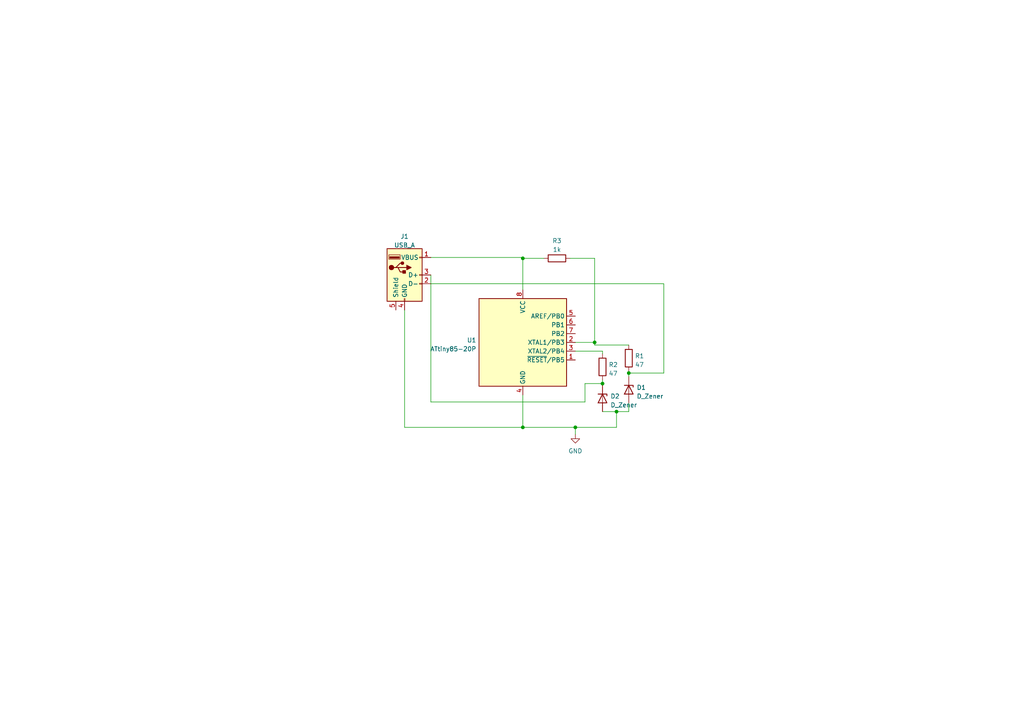
<source format=kicad_sch>
(kicad_sch (version 20231120) (generator "eeschema") (generator_version "8.0")
  (paper "A4")
  (lib_symbols
    (symbol "Connector:USB_A" (pin_names (offset 1.016))
      (property "Reference" "J" (at -5.08 11.43 0))
      (property "Value" "USB_A" (at -5.08 8.89 0))
      (symbol "USB_A_0_1"
        (rectangle (start -5.08 -7.62) (end 5.08 7.62) (stroke (width 0.254)) (fill (type background)))
        (circle (center -3.81 2.159) (radius 0.635) (stroke (width 0.254)) (fill (type outline)))
        (rectangle (start -1.524 4.826) (end -4.318 5.334) (fill (type outline)))
        (rectangle (start -1.27 4.572) (end -4.572 5.842))
        (circle (center -0.635 3.429) (radius 0.381) (stroke (width 0.254)) (fill (type outline)))
        (rectangle (start -0.127 -7.62) (end 0.127 -6.858))
        (polyline (pts (xy -3.175 2.159) (xy -2.54 2.159) (xy -1.27 3.429) (xy -0.635 3.429)) (stroke (width 0.254)))
        (polyline (pts (xy -2.54 2.159) (xy -1.905 2.159) (xy -1.27 0.889) (xy 0 0.889)) (stroke (width 0.254)))
        (polyline (pts (xy 0.635 2.794) (xy 0.635 1.524) (xy 1.905 2.159) (xy 0.635 2.794)) (stroke (width 0.254)) (fill (type outline)))
        (rectangle (start 0.254 1.27) (end -0.508 0.508) (stroke (width 0.254)) (fill (type outline)))
        (rectangle (start 5.08 -2.667) (end 4.318 -2.413))
        (rectangle (start 5.08 -0.127) (end 4.318 0.127))
        (rectangle (start 5.08 4.953) (end 4.318 5.207))
      )
      (symbol "USB_A_1_1"
        (polyline (pts (xy -1.905 2.159) (xy 0.635 2.159)) (stroke (width 0.254)))
        (pin power_in line (at 7.62 5.08 180) (length 2.54) (name "VBUS") (number "1"))
        (pin bidirectional line (at 7.62 -2.54 180) (length 2.54) (name "D-") (number "2"))
        (pin bidirectional line (at 7.62 0 180) (length 2.54) (name "D+") (number "3"))
        (pin power_in line (at 0 -10.16 90) (length 2.54) (name "GND") (number "4"))
        (pin passive line (at -2.54 -10.16 90) (length 2.54) (name "Shield") (number "5"))
      )
    )
    (symbol "Device:D_Zener" (pin_numbers hide) (pin_names (offset 1.016) hide)
      (property "Reference" "D" (at 0 2.54 0))
      (property "Value" "D_Zener" (at 0 -2.54 0))
      (symbol "D_Zener_0_1"
        (polyline (pts (xy 1.27 0) (xy -1.27 0)))
        (polyline (pts (xy -1.27 -1.27) (xy -1.27 1.27) (xy -0.762 1.27)) (stroke (width 0.254)))
        (polyline (pts (xy 1.27 -1.27) (xy 1.27 1.27) (xy -1.27 0) (xy 1.27 -1.27)) (stroke (width 0.254)))
      )
      (symbol "D_Zener_1_1"
        (pin passive line (at -3.81 0 0) (length 2.54) (name "K") (number "1"))
        (pin passive line (at 3.81 0 180) (length 2.54) (name "A") (number "2"))
      )
    )
    (symbol "Device:R" (pin_numbers hide) (pin_names (offset 0))
      (property "Reference" "R" (at 2.032 0 90))
      (property "Value" "R" (at 0 0 90))
      (symbol "R_0_1"
        (rectangle (start -1.016 -2.54) (end 1.016 2.54) (stroke (width 0.254)))
      )
      (symbol "R_1_1"
        (pin passive line (at 0 3.81 270) (length 1.27) (name "~") (number "1"))
        (pin passive line (at 0 -3.81 90) (length 1.27) (name "~") (number "2"))
      )
    )
    (symbol "MCU_Microchip_ATtiny:ATtiny85-20P"
      (property "Reference" "U" (at -12.7 13.97 0))
      (property "Value" "ATtiny85-20P" (at 2.54 -13.97 0))
      (symbol "ATtiny85-20P_0_1"
        (rectangle (start -12.7 -12.7) (end 12.7 12.7) (stroke (width 0.254)) (fill (type background)))
      )
      (symbol "ATtiny85-20P_1_1"
        (pin bidirectional line (at 15.24 -5.08 180) (length 2.54) (name "~{RESET}/PB5") (number "1"))
        (pin bidirectional line (at 15.24 0 180) (length 2.54) (name "XTAL1/PB3") (number "2"))
        (pin bidirectional line (at 15.24 -2.54 180) (length 2.54) (name "XTAL2/PB4") (number "3"))
        (pin power_in line (at 0 -15.24 90) (length 2.54) (name "GND") (number "4"))
        (pin bidirectional line (at 15.24 7.62 180) (length 2.54) (name "AREF/PB0") (number "5"))
        (pin bidirectional line (at 15.24 5.08 180) (length 2.54) (name "PB1") (number "6"))
        (pin bidirectional line (at 15.24 2.54 180) (length 2.54) (name "PB2") (number "7"))
        (pin power_in line (at 0 15.24 270) (length 2.54) (name "VCC") (number "8"))
      )
    )
    (symbol "power:GND" (power) (pin_names (offset 0))
      (property "Value" "GND" (at 0 -3.81 0))
      (symbol "GND_0_1"
        (polyline (pts (xy 0 0) (xy 0 -1.27) (xy 1.27 -1.27) (xy 0 -2.54) (xy -1.27 -1.27) (xy 0 -1.27)))
      )
      (symbol "GND_1_1"
        (pin power_in line (at 0 0 270) (length 0) hide (name "GND") (number "1"))
      )
    )
  )
  (junction (at 151.638 74.93))
  (junction (at 172.466 99.314))
  (junction (at 178.816 119.38))
  (junction (at 166.878 123.952))
  (junction (at 182.372 108.204))
  (junction (at 174.752 111.252))
  (junction (at 151.638 123.952))
  (wire (pts (xy 151.638 123.952) (xy 166.878 123.952)))
  (wire (pts (xy 172.466 74.93) (xy 172.466 99.314)))
  (wire (pts (xy 169.672 116.586) (xy 169.672 111.252)))
  (wire (pts (xy 174.752 111.252) (xy 174.752 111.76)))
  (wire (pts (xy 166.878 101.854) (xy 174.752 101.854)))
  (wire (pts (xy 124.968 79.756) (xy 124.968 116.586)))
  (wire (pts (xy 182.372 119.38) (xy 178.816 119.38)))
  (wire (pts (xy 151.638 114.554) (xy 151.638 123.952)))
  (wire (pts (xy 178.816 119.38) (xy 174.752 119.38)))
  (wire (pts (xy 151.638 74.676) (xy 151.638 74.93)))
  (wire (pts (xy 117.348 123.952) (xy 151.638 123.952)))
  (wire (pts (xy 172.466 99.314) (xy 166.878 99.314)))
  (wire (pts (xy 192.532 82.296) (xy 192.532 108.204)))
  (wire (pts (xy 178.816 123.952) (xy 178.816 119.38)))
  (wire (pts (xy 166.878 123.952) (xy 166.878 125.984)))
  (wire (pts (xy 124.968 82.296) (xy 192.532 82.296)))
  (wire (pts (xy 182.372 108.204) (xy 182.372 109.22)))
  (wire (pts (xy 117.348 89.916) (xy 117.348 123.952)))
  (wire (pts (xy 165.354 74.93) (xy 172.466 74.93)))
  (wire (pts (xy 182.372 116.84) (xy 182.372 119.38)))
  (wire (pts (xy 192.532 108.204) (xy 182.372 108.204)))
  (wire (pts (xy 172.466 100.076) (xy 182.372 100.076)))
  (wire (pts (xy 166.878 123.952) (xy 178.816 123.952)))
  (wire (pts (xy 151.638 74.93) (xy 157.734 74.93)))
  (wire (pts (xy 151.638 74.93) (xy 151.638 84.074)))
  (wire (pts (xy 124.968 116.586) (xy 169.672 116.586)))
  (wire (pts (xy 174.752 110.236) (xy 174.752 111.252)))
  (wire (pts (xy 182.372 107.696) (xy 182.372 108.204)))
  (wire (pts (xy 172.466 100.076) (xy 172.466 99.314)))
  (wire (pts (xy 174.752 101.854) (xy 174.752 102.616)))
  (wire (pts (xy 169.672 111.252) (xy 174.752 111.252)))
  (wire (pts (xy 124.968 74.676) (xy 151.638 74.676)))
  (symbol (lib_id "Device:D_Zener") (at 182.372 113.03 270) (unit 1)
    (property "Reference" "D1" (at 184.658 112.395 90) (effects (justify left)))
    (property "Value" "D_Zener" (at 184.658 114.935 90) (effects (justify left)))
    (property "Footprint" "Diode_THT:D_DO-15_P12.70mm_Horizontal" (effects (hide yes)))
  )
  (symbol (lib_id "Device:R") (at 174.752 106.426 0) (unit 1)
    (property "Reference" "R2" (at 176.53 105.791 0) (effects (justify left)))
    (property "Value" "47" (at 176.53 108.331 0) (effects (justify left)))
    (property "Footprint" "Resistor_THT:R_Axial_DIN0411_L9.9mm_D3.6mm_P12.70mm_Horizontal" (effects (hide yes)))
  )
  (symbol (lib_id "Device:D_Zener") (at 174.752 115.57 270) (unit 1)
    (property "Reference" "D2" (at 177.038 114.935 90) (effects (justify left)))
    (property "Value" "D_Zener" (at 177.038 117.475 90) (effects (justify left)))
    (property "Footprint" "Diode_THT:D_DO-15_P12.70mm_Horizontal" (effects (hide yes)))
  )
  (symbol (lib_id "Connector:USB_A") (at 117.348 79.756 0) (unit 1)
    (property "Reference" "J1" (at 117.348 68.58 0))
    (property "Value" "USB_A" (at 117.348 71.12 0))
    (property "Footprint" "Connector_USB:USB_A_CONNFLY_DS1095-WNR0" (effects (hide yes)))
    (property "Datasheet" " ~" (effects (hide yes)))
  )
  (symbol (lib_id "power:GND") (at 166.878 125.984 0) (unit 1)
    (property "Reference" "#PWR01" (effects (hide yes)))
    (property "Value" "GND" (at 166.878 130.81 0))
  )
  (symbol (lib_id "Device:R") (at 182.372 103.886 0) (unit 1)
    (property "Reference" "R1" (at 184.15 103.251 0) (effects (justify left)))
    (property "Value" "47" (at 184.15 105.791 0) (effects (justify left)))
    (property "Footprint" "Resistor_THT:R_Axial_DIN0411_L9.9mm_D3.6mm_P12.70mm_Horizontal" (effects (hide yes)))
  )
  (symbol (lib_id "MCU_Microchip_ATtiny:ATtiny85-20P") (at 151.638 99.314 0) (unit 1)
    (property "Reference" "U1" (at 138.176 98.679 0) (effects (justify right)))
    (property "Value" "ATtiny85-20P" (at 138.176 101.219 0) (effects (justify right)))
    (property "Footprint" "Package_DIP:DIP-8_W7.62mm" (effects (hide yes)))
    (property "Datasheet" "http://ww1.microchip.com/downloads/en/DeviceDoc/atmel-2586-avr-8-bit-microcontroller-attiny25-attiny45-attiny85_datasheet.pdf" (effects (hide yes)))
  )
  (symbol (lib_id "Device:R") (at 161.544 74.93 90) (unit 1)
    (property "Reference" "R3" (at 161.544 69.85 90))
    (property "Value" "1k" (at 161.544 72.39 90))
    (property "Footprint" "Resistor_THT:R_Axial_DIN0411_L9.9mm_D3.6mm_P12.70mm_Horizontal" (effects (hide yes)))
  )
)
</source>
